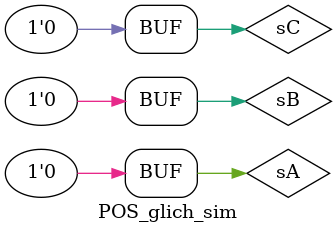
<source format=sv>
`timescale 1ns / 1ps


module POS_glich_sim();

logic sA,sB,sY,sC;
POS_glitch UUT(
.A(sA),.B(sB),.C(sC), .Y(sY));

initial begin
sA = 0;
sB=0;
sC=0;
#10;
sA=1;
sB=0;
sC=0;
#10;
sA=0;
sB=0;
sC=0;
#10;


end
endmodule

</source>
